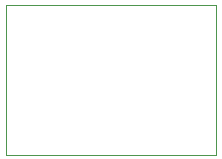
<source format=gbr>
G04 (created by PCBNEW (2013-may-18)-stable) date Tue 01 Oct 2013 11:13:52 PM CDT*
%MOIN*%
G04 Gerber Fmt 3.4, Leading zero omitted, Abs format*
%FSLAX34Y34*%
G01*
G70*
G90*
G04 APERTURE LIST*
%ADD10C,0.006*%
%ADD11C,0.00393701*%
G04 APERTURE END LIST*
G54D10*
G54D11*
X15250Y-7000D02*
X8250Y-7000D01*
X15250Y-12000D02*
X15250Y-7000D01*
X8250Y-12000D02*
X15250Y-12000D01*
X8250Y-7000D02*
X8250Y-12000D01*
M02*

</source>
